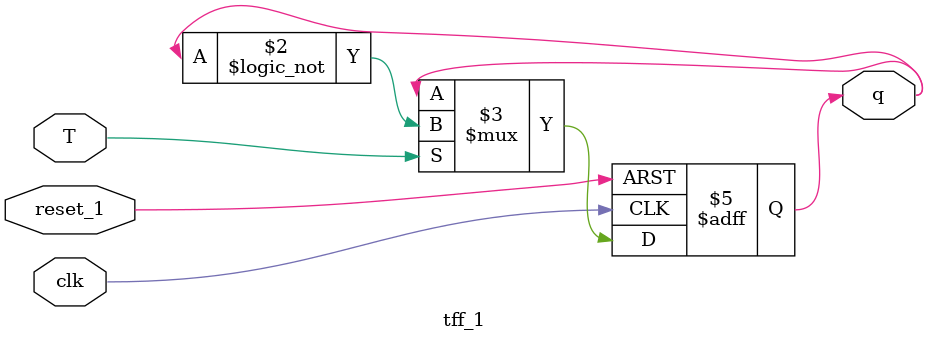
<source format=v>
module tff_1(input T,input reset_1, input clk, output reg q);

always @(posedge clk, posedge reset_1) begin
	if (reset_1)
		q <= 1'b0;
	else begin
		if (T)
			q <= !q;
		end
	end
endmodule

</source>
